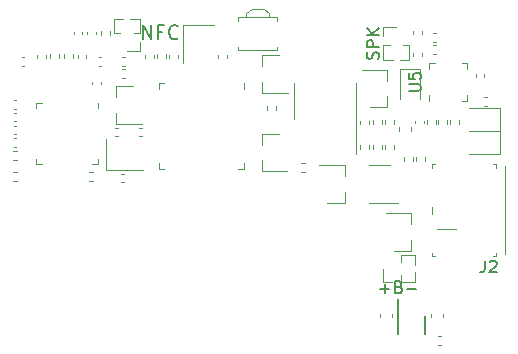
<source format=gbr>
%TF.GenerationSoftware,KiCad,Pcbnew,(5.1.9-0-10_14)*%
%TF.CreationDate,2021-08-08T20:33:52+02:00*%
%TF.ProjectId,Leo_muziekdoos,4c656f5f-6d75-47a6-9965-6b646f6f732e,rev?*%
%TF.SameCoordinates,Original*%
%TF.FileFunction,Legend,Top*%
%TF.FilePolarity,Positive*%
%FSLAX46Y46*%
G04 Gerber Fmt 4.6, Leading zero omitted, Abs format (unit mm)*
G04 Created by KiCad (PCBNEW (5.1.9-0-10_14)) date 2021-08-08 20:33:52*
%MOMM*%
%LPD*%
G01*
G04 APERTURE LIST*
%ADD10C,0.150000*%
%ADD11C,0.200000*%
%ADD12C,0.120000*%
%ADD13C,0.100000*%
G04 APERTURE END LIST*
D10*
X73074161Y-67528914D02*
X73121780Y-67386057D01*
X73121780Y-67147961D01*
X73074161Y-67052723D01*
X73026542Y-67005104D01*
X72931304Y-66957485D01*
X72836066Y-66957485D01*
X72740828Y-67005104D01*
X72693209Y-67052723D01*
X72645590Y-67147961D01*
X72597971Y-67338438D01*
X72550352Y-67433676D01*
X72502733Y-67481295D01*
X72407495Y-67528914D01*
X72312257Y-67528914D01*
X72217019Y-67481295D01*
X72169400Y-67433676D01*
X72121780Y-67338438D01*
X72121780Y-67100342D01*
X72169400Y-66957485D01*
X73121780Y-66528914D02*
X72121780Y-66528914D01*
X72121780Y-66147961D01*
X72169400Y-66052723D01*
X72217019Y-66005104D01*
X72312257Y-65957485D01*
X72455114Y-65957485D01*
X72550352Y-66005104D01*
X72597971Y-66052723D01*
X72645590Y-66147961D01*
X72645590Y-66528914D01*
X73121780Y-65528914D02*
X72121780Y-65528914D01*
X73121780Y-64957485D02*
X72550352Y-65386057D01*
X72121780Y-64957485D02*
X72693209Y-65528914D01*
X73277600Y-86990228D02*
X74039504Y-86990228D01*
X73658552Y-87371180D02*
X73658552Y-86609276D01*
X74849028Y-86847371D02*
X74991885Y-86894990D01*
X75039504Y-86942609D01*
X75087123Y-87037847D01*
X75087123Y-87180704D01*
X75039504Y-87275942D01*
X74991885Y-87323561D01*
X74896647Y-87371180D01*
X74515695Y-87371180D01*
X74515695Y-86371180D01*
X74849028Y-86371180D01*
X74944266Y-86418800D01*
X74991885Y-86466419D01*
X75039504Y-86561657D01*
X75039504Y-86656895D01*
X74991885Y-86752133D01*
X74944266Y-86799752D01*
X74849028Y-86847371D01*
X74515695Y-86847371D01*
X75515695Y-86990228D02*
X76277600Y-86990228D01*
D11*
X53152857Y-65871657D02*
X53152857Y-64671657D01*
X53838571Y-65871657D01*
X53838571Y-64671657D01*
X54810000Y-65243085D02*
X54410000Y-65243085D01*
X54410000Y-65871657D02*
X54410000Y-64671657D01*
X54981428Y-64671657D01*
X56124285Y-65757371D02*
X56067142Y-65814514D01*
X55895714Y-65871657D01*
X55781428Y-65871657D01*
X55610000Y-65814514D01*
X55495714Y-65700228D01*
X55438571Y-65585942D01*
X55381428Y-65357371D01*
X55381428Y-65185942D01*
X55438571Y-64957371D01*
X55495714Y-64843085D01*
X55610000Y-64728800D01*
X55781428Y-64671657D01*
X55895714Y-64671657D01*
X56067142Y-64728800D01*
X56124285Y-64785942D01*
D12*
%TO.C,U5*%
X77434800Y-70629400D02*
X77434800Y-71104400D01*
X80654800Y-67884400D02*
X80179800Y-67884400D01*
X80654800Y-68359400D02*
X80654800Y-67884400D01*
X80654800Y-71104400D02*
X80179800Y-71104400D01*
X80654800Y-70629400D02*
X80654800Y-71104400D01*
X77434800Y-67884400D02*
X77909800Y-67884400D01*
X77434800Y-68359400D02*
X77434800Y-67884400D01*
%TO.C,C5*%
X75846400Y-73597380D02*
X75846400Y-73316220D01*
X74826400Y-73597380D02*
X74826400Y-73316220D01*
%TO.C,C3*%
X73213500Y-89140420D02*
X73213500Y-89421580D01*
X74233500Y-89140420D02*
X74233500Y-89421580D01*
%TO.C,C1*%
X77544200Y-89140420D02*
X77544200Y-89421580D01*
X78564200Y-89140420D02*
X78564200Y-89421580D01*
%TO.C,C4*%
X76941000Y-72980436D02*
X76941000Y-72764764D01*
X76221000Y-72980436D02*
X76221000Y-72764764D01*
%TO.C,J4*%
X52926000Y-64125800D02*
X52123530Y-64125800D01*
X51508470Y-64125800D02*
X50706000Y-64125800D01*
X52926000Y-65330800D02*
X52926000Y-64125800D01*
X50706000Y-65330800D02*
X50706000Y-64125800D01*
X52926000Y-65330800D02*
X52379471Y-65330800D01*
X51252529Y-65330800D02*
X50706000Y-65330800D01*
X52926000Y-66090800D02*
X52926000Y-66850800D01*
X52926000Y-66850800D02*
X51816000Y-66850800D01*
%TO.C,J3*%
X73515200Y-67598600D02*
X74317670Y-67598600D01*
X74932730Y-67598600D02*
X75735200Y-67598600D01*
X73515200Y-66393600D02*
X73515200Y-67598600D01*
X75735200Y-66393600D02*
X75735200Y-67598600D01*
X73515200Y-66393600D02*
X74061729Y-66393600D01*
X75188671Y-66393600D02*
X75735200Y-66393600D01*
X73515200Y-65633600D02*
X73515200Y-64873600D01*
X73515200Y-64873600D02*
X74625200Y-64873600D01*
%TO.C,J1*%
X76196500Y-86390500D02*
X76196500Y-85588030D01*
X76196500Y-84972970D02*
X76196500Y-84170500D01*
X74991500Y-86390500D02*
X76196500Y-86390500D01*
X74991500Y-84170500D02*
X76196500Y-84170500D01*
X74991500Y-86390500D02*
X74991500Y-85843971D01*
X74991500Y-84717029D02*
X74991500Y-84170500D01*
X74231500Y-86390500D02*
X73471500Y-86390500D01*
X73471500Y-86390500D02*
X73471500Y-85280500D01*
%TO.C,U8*%
X50903600Y-69844800D02*
X52363600Y-69844800D01*
X50903600Y-73004800D02*
X53063600Y-73004800D01*
X50903600Y-73004800D02*
X50903600Y-72074800D01*
X50903600Y-69844800D02*
X50903600Y-70774800D01*
%TO.C,C2*%
X71572800Y-73005836D02*
X71572800Y-72790164D01*
X72292800Y-73005836D02*
X72292800Y-72790164D01*
%TO.C,SW1*%
X62390400Y-63305000D02*
X61890400Y-63685000D01*
X61890400Y-63685000D02*
X61890400Y-64005000D01*
X62390400Y-63305000D02*
X63390400Y-63305000D01*
X63390400Y-63305000D02*
X63890400Y-63685000D01*
X63890400Y-63685000D02*
X63890400Y-64005000D01*
X61240400Y-66805000D02*
X64540400Y-66805000D01*
X61240400Y-66505000D02*
X61240400Y-66805000D01*
X64540400Y-66805000D02*
X64540400Y-66505000D01*
X61240400Y-64305000D02*
X61240400Y-64005000D01*
X61240400Y-64005000D02*
X64540400Y-64005000D01*
X64540400Y-64005000D02*
X64540400Y-64305000D01*
D10*
%TO.C,U1*%
X74770200Y-87831800D02*
X74770200Y-90831800D01*
X77020200Y-89331800D02*
X77020200Y-90831800D01*
D12*
%TO.C,C15*%
X42462336Y-71014000D02*
X42246664Y-71014000D01*
X42462336Y-71734000D02*
X42246664Y-71734000D01*
%TO.C,C14*%
X42462336Y-74252500D02*
X42246664Y-74252500D01*
X42462336Y-74972500D02*
X42246664Y-74972500D01*
%TO.C,C13*%
X42462336Y-73173000D02*
X42246664Y-73173000D01*
X42462336Y-73893000D02*
X42246664Y-73893000D01*
%TO.C,C12*%
X42462336Y-72093500D02*
X42246664Y-72093500D01*
X42462336Y-72813500D02*
X42246664Y-72813500D01*
%TO.C,R11*%
X77722759Y-66089800D02*
X78030041Y-66089800D01*
X77722759Y-65329800D02*
X78030041Y-65329800D01*
D13*
%TO.C,J2*%
X78111800Y-81940200D02*
X79711800Y-81940200D01*
X77611800Y-80340200D02*
X77611800Y-80040200D01*
X77611800Y-80340200D02*
X77611800Y-80640200D01*
X83111800Y-76440200D02*
X82811800Y-76440200D01*
X83111800Y-76440200D02*
X83111800Y-76740200D01*
X83111800Y-84240200D02*
X82811800Y-84240200D01*
X83111800Y-84240200D02*
X83111800Y-83940200D01*
X77611800Y-84240200D02*
X77611800Y-83940200D01*
X77611800Y-84240200D02*
X77911800Y-84240200D01*
X77611800Y-76440200D02*
X77611800Y-76740200D01*
X77611800Y-76440200D02*
X77911800Y-76440200D01*
D12*
X83861800Y-76590200D02*
X83861800Y-84090200D01*
%TO.C,R20*%
X50354500Y-65495141D02*
X50354500Y-65187859D01*
X49594500Y-65495141D02*
X49594500Y-65187859D01*
%TO.C,R19*%
X45340000Y-67156359D02*
X45340000Y-67463641D01*
X46100000Y-67156359D02*
X46100000Y-67463641D01*
%TO.C,R18*%
X46483000Y-67156359D02*
X46483000Y-67463641D01*
X47243000Y-67156359D02*
X47243000Y-67463641D01*
%TO.C,C25*%
X49191500Y-65449336D02*
X49191500Y-65233664D01*
X48471500Y-65449336D02*
X48471500Y-65233664D01*
%TO.C,C24*%
X48048500Y-65449336D02*
X48048500Y-65233664D01*
X47328500Y-65449336D02*
X47328500Y-65233664D01*
%TO.C,C23*%
X44937000Y-67417836D02*
X44937000Y-67202164D01*
X44217000Y-67417836D02*
X44217000Y-67202164D01*
%TO.C,C20*%
X48366000Y-67417836D02*
X48366000Y-67202164D01*
X47646000Y-67417836D02*
X47646000Y-67202164D01*
%TO.C,C17*%
X42919764Y-68127200D02*
X43135436Y-68127200D01*
X42919764Y-67407200D02*
X43135436Y-67407200D01*
%TO.C,C16*%
X49447564Y-68127200D02*
X49663236Y-68127200D01*
X49447564Y-67407200D02*
X49663236Y-67407200D01*
%TO.C,R13*%
X77722759Y-67105800D02*
X78030041Y-67105800D01*
X77722759Y-66345800D02*
X78030041Y-66345800D01*
%TO.C,Y2*%
X59202400Y-64694000D02*
X56602400Y-64694000D01*
X56602400Y-64694000D02*
X56602400Y-67894000D01*
%TO.C,Y1*%
X50012800Y-74341200D02*
X50012800Y-76941200D01*
X50012800Y-76941200D02*
X53212800Y-76941200D01*
%TO.C,U6*%
X71190000Y-75593200D02*
X71190000Y-69593200D01*
X65970000Y-72593200D02*
X65970000Y-69593200D01*
%TO.C,U3*%
X49346000Y-71715500D02*
X49346000Y-71240500D01*
X44126000Y-76460500D02*
X44601000Y-76460500D01*
X44126000Y-75985500D02*
X44126000Y-76460500D01*
X44126000Y-71240500D02*
X44601000Y-71240500D01*
X44126000Y-71715500D02*
X44126000Y-71240500D01*
X49346000Y-76460500D02*
X48871000Y-76460500D01*
X49346000Y-75985500D02*
X49346000Y-76460500D01*
%TO.C,U4*%
X61725200Y-76337800D02*
X61725200Y-76812800D01*
X61725200Y-76812800D02*
X61250200Y-76812800D01*
X54505200Y-70067800D02*
X54505200Y-69592800D01*
X54505200Y-69592800D02*
X54980200Y-69592800D01*
X54505200Y-76337800D02*
X54505200Y-76812800D01*
X54505200Y-76812800D02*
X54980200Y-76812800D01*
X61725200Y-70067800D02*
X61725200Y-69592800D01*
%TO.C,U2*%
X74102800Y-76495000D02*
X72302800Y-76495000D01*
X72302800Y-79715000D02*
X74752800Y-79715000D01*
%TO.C,R28*%
X78182200Y-73026241D02*
X78182200Y-72718959D01*
X78942200Y-73026241D02*
X78942200Y-72718959D01*
%TO.C,R27*%
X77191600Y-73026241D02*
X77191600Y-72718959D01*
X77951600Y-73026241D02*
X77951600Y-72718959D01*
%TO.C,R24*%
X63678800Y-71832441D02*
X63678800Y-71525159D01*
X64438800Y-71832441D02*
X64438800Y-71525159D01*
%TO.C,R23*%
X54382400Y-67463641D02*
X54382400Y-67156359D01*
X55142400Y-67463641D02*
X55142400Y-67156359D01*
%TO.C,R17*%
X48614359Y-77140800D02*
X48921641Y-77140800D01*
X48614359Y-77900800D02*
X48921641Y-77900800D01*
%TO.C,R15*%
X42180539Y-77087460D02*
X42487821Y-77087460D01*
X42180539Y-77847460D02*
X42487821Y-77847460D01*
%TO.C,R12*%
X42200859Y-75312000D02*
X42508141Y-75312000D01*
X42200859Y-76072000D02*
X42508141Y-76072000D01*
%TO.C,R10*%
X76046600Y-75843159D02*
X76046600Y-76150441D01*
X75286600Y-75843159D02*
X75286600Y-76150441D01*
%TO.C,R9*%
X74446400Y-74839859D02*
X74446400Y-75147141D01*
X73686400Y-74839859D02*
X73686400Y-75147141D01*
%TO.C,R8*%
X73686400Y-73051641D02*
X73686400Y-72744359D01*
X74446400Y-73051641D02*
X74446400Y-72744359D01*
%TO.C,R7*%
X66904841Y-77088000D02*
X66597559Y-77088000D01*
X66904841Y-76328000D02*
X66597559Y-76328000D01*
%TO.C,R6*%
X79932800Y-72718959D02*
X79932800Y-73026241D01*
X79172800Y-72718959D02*
X79172800Y-73026241D01*
%TO.C,R5*%
X77088000Y-75843159D02*
X77088000Y-76150441D01*
X76328000Y-75843159D02*
X76328000Y-76150441D01*
%TO.C,R4*%
X72312800Y-74825159D02*
X72312800Y-75132441D01*
X71552800Y-74825159D02*
X71552800Y-75132441D01*
%TO.C,R3*%
X72619600Y-75134441D02*
X72619600Y-74827159D01*
X73379600Y-75134441D02*
X73379600Y-74827159D01*
%TO.C,R2*%
X72619600Y-73051641D02*
X72619600Y-72744359D01*
X73379600Y-73051641D02*
X73379600Y-72744359D01*
%TO.C,R1*%
X78129159Y-90983800D02*
X78436441Y-90983800D01*
X78129159Y-91743800D02*
X78436441Y-91743800D01*
%TO.C,Q4*%
X75893200Y-83774400D02*
X75893200Y-82844400D01*
X75893200Y-80614400D02*
X75893200Y-81544400D01*
X75893200Y-80614400D02*
X73733200Y-80614400D01*
X75893200Y-83774400D02*
X74433200Y-83774400D01*
%TO.C,Q3*%
X70254400Y-79710400D02*
X70254400Y-78780400D01*
X70254400Y-76550400D02*
X70254400Y-77480400D01*
X70254400Y-76550400D02*
X68094400Y-76550400D01*
X70254400Y-79710400D02*
X68794400Y-79710400D01*
%TO.C,Q2*%
X63248000Y-73858000D02*
X63248000Y-74788000D01*
X63248000Y-77018000D02*
X63248000Y-76088000D01*
X63248000Y-77018000D02*
X65408000Y-77018000D01*
X63248000Y-73858000D02*
X64708000Y-73858000D01*
%TO.C,Q1*%
X73861200Y-71633200D02*
X73861200Y-70703200D01*
X73861200Y-68473200D02*
X73861200Y-69403200D01*
X73861200Y-68473200D02*
X71701200Y-68473200D01*
X73861200Y-71633200D02*
X72401200Y-71633200D01*
%TO.C,D4*%
X63273400Y-67228600D02*
X63273400Y-68158600D01*
X63273400Y-70388600D02*
X63273400Y-69458600D01*
X63273400Y-70388600D02*
X65433400Y-70388600D01*
X63273400Y-67228600D02*
X64733400Y-67228600D01*
%TO.C,D3*%
X76669000Y-68400800D02*
X74969000Y-68400800D01*
X74969000Y-68400800D02*
X74969000Y-70950800D01*
X76669000Y-68400800D02*
X76669000Y-70950800D01*
%TO.C,D2*%
X80762600Y-73604000D02*
X83447600Y-73604000D01*
X83447600Y-73604000D02*
X83447600Y-71684000D01*
X83447600Y-71684000D02*
X80762600Y-71684000D01*
%TO.C,D1*%
X80762600Y-75559800D02*
X83447600Y-75559800D01*
X83447600Y-75559800D02*
X83447600Y-73639800D01*
X83447600Y-73639800D02*
X80762600Y-73639800D01*
%TO.C,C35*%
X76043200Y-65385836D02*
X76043200Y-65170164D01*
X76763200Y-65385836D02*
X76763200Y-65170164D01*
%TO.C,C34*%
X76763200Y-67049764D02*
X76763200Y-67265436D01*
X76043200Y-67049764D02*
X76043200Y-67265436D01*
%TO.C,C33*%
X82086564Y-70785400D02*
X82302236Y-70785400D01*
X82086564Y-71505400D02*
X82302236Y-71505400D01*
%TO.C,C32*%
X82071800Y-68827764D02*
X82071800Y-69043436D01*
X81351800Y-68827764D02*
X81351800Y-69043436D01*
%TO.C,C30*%
X53092236Y-74070800D02*
X52876564Y-74070800D01*
X53092236Y-73350800D02*
X52876564Y-73350800D01*
%TO.C,C29*%
X53386400Y-67417836D02*
X53386400Y-67202164D01*
X54106400Y-67417836D02*
X54106400Y-67202164D01*
%TO.C,C28*%
X55418400Y-67417836D02*
X55418400Y-67202164D01*
X56138400Y-67417836D02*
X56138400Y-67202164D01*
%TO.C,C27*%
X60253200Y-67202164D02*
X60253200Y-67417836D01*
X59533200Y-67202164D02*
X59533200Y-67417836D01*
%TO.C,C10*%
X51619036Y-69143200D02*
X51403364Y-69143200D01*
X51619036Y-68423200D02*
X51403364Y-68423200D01*
%TO.C,C9*%
X51619036Y-68127200D02*
X51403364Y-68127200D01*
X51619036Y-67407200D02*
X51403364Y-67407200D01*
%TO.C,C8*%
X48865200Y-69678436D02*
X48865200Y-69462764D01*
X49585200Y-69678436D02*
X49585200Y-69462764D01*
%TO.C,C7*%
X51060236Y-74070800D02*
X50844564Y-74070800D01*
X51060236Y-73350800D02*
X50844564Y-73350800D01*
%TO.C,C6*%
X51568236Y-77982400D02*
X51352564Y-77982400D01*
X51568236Y-77262400D02*
X51352564Y-77262400D01*
%TO.C,U5*%
D10*
X75697180Y-70256304D02*
X76506704Y-70256304D01*
X76601942Y-70208685D01*
X76649561Y-70161066D01*
X76697180Y-70065828D01*
X76697180Y-69875352D01*
X76649561Y-69780114D01*
X76601942Y-69732495D01*
X76506704Y-69684876D01*
X75697180Y-69684876D01*
X75697180Y-68732495D02*
X75697180Y-69208685D01*
X76173371Y-69256304D01*
X76125752Y-69208685D01*
X76078133Y-69113447D01*
X76078133Y-68875352D01*
X76125752Y-68780114D01*
X76173371Y-68732495D01*
X76268609Y-68684876D01*
X76506704Y-68684876D01*
X76601942Y-68732495D01*
X76649561Y-68780114D01*
X76697180Y-68875352D01*
X76697180Y-69113447D01*
X76649561Y-69208685D01*
X76601942Y-69256304D01*
%TO.C,J2*%
X82115066Y-84605880D02*
X82115066Y-85320166D01*
X82067447Y-85463023D01*
X81972209Y-85558261D01*
X81829352Y-85605880D01*
X81734114Y-85605880D01*
X82543638Y-84701119D02*
X82591257Y-84653500D01*
X82686495Y-84605880D01*
X82924590Y-84605880D01*
X83019828Y-84653500D01*
X83067447Y-84701119D01*
X83115066Y-84796357D01*
X83115066Y-84891595D01*
X83067447Y-85034452D01*
X82496019Y-85605880D01*
X83115066Y-85605880D01*
%TD*%
M02*

</source>
